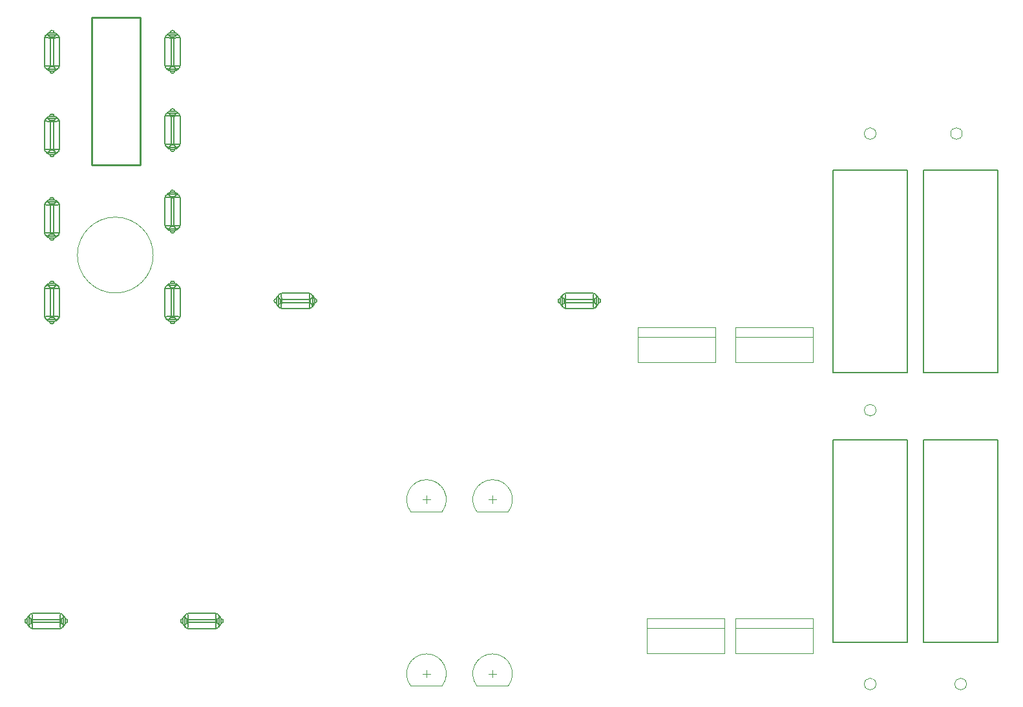
<source format=gko>
G04*
G04 #@! TF.GenerationSoftware,Altium Limited,Altium Designer,18.0.7 (293)*
G04*
G04 Layer_Color=16711935*
%FSLAX25Y25*%
%MOIN*%
G70*
G01*
G75*
%ADD10C,0.00787*%
%ADD12C,0.00500*%
%ADD13C,0.01000*%
%ADD20C,0.00197*%
%ADD21C,0.00394*%
%ADD22C,0.00300*%
D10*
X458268Y44291D02*
Y148622D01*
X496850D01*
Y44291D02*
Y148622D01*
X458268Y44291D02*
X496850D01*
X504937Y183189D02*
Y287520D01*
X543520D01*
Y183189D02*
Y287520D01*
X504937Y183189D02*
X543520D01*
X504937Y44291D02*
Y148622D01*
X543520D01*
Y44291D02*
Y148622D01*
X504937Y44291D02*
X543520D01*
X458268Y183189D02*
Y287520D01*
X496850D01*
Y183189D02*
Y287520D01*
X458268Y183189D02*
X496850D01*
D12*
X114872Y299325D02*
G03*
X116863Y298269I1976J1321D01*
G01*
X118571Y298268D02*
G03*
X120545Y299305I11J2376D01*
G01*
X116862Y317953D02*
G03*
X114888Y316915I-11J-2376D01*
G01*
X120562Y316896D02*
G03*
X118570Y317951I-1976J-1321D01*
G01*
X114034Y315462D02*
G03*
X113768Y315197I87J-354D01*
G01*
X116918Y315272D02*
G03*
X114034Y315462I-4288J-43031D01*
G01*
X116918Y300949D02*
G03*
X114034Y300759I41749J-654584D01*
G01*
X113768Y301024D02*
G03*
X114034Y300759I357J92D01*
G01*
X118516Y315272D02*
G03*
X121399Y315462I-41797J655314D01*
G01*
X121665Y315197D02*
G03*
X121399Y315462I-357J-92D01*
G01*
X121399Y300759D02*
G03*
X121665Y301024I-87J354D01*
G01*
X118516Y300949D02*
G03*
X121399Y300759I4288J43031D01*
G01*
X116918Y300420D02*
G03*
X115656Y299252I3661J-5218D01*
G01*
X113768Y301024D02*
G03*
X115540Y299252I1772J0D01*
G01*
X121665Y315197D02*
G03*
X119894Y316968I-1772J0D01*
G01*
X115540D02*
G03*
X113768Y315197I0J-1772D01*
G01*
X119894Y299252D02*
G03*
X121665Y301024I0J1772D01*
G01*
X116535Y298268D02*
G03*
X118898Y298268I1181J0D01*
G01*
Y317953D02*
G03*
X116535Y317953I-1181J0D01*
G01*
X120562Y357211D02*
G03*
X118570Y358266I-1976J-1321D01*
G01*
X116862Y358268D02*
G03*
X114888Y357230I-11J-2376D01*
G01*
X118571Y338583D02*
G03*
X120545Y339620I11J2376D01*
G01*
X114872Y339640D02*
G03*
X116863Y338584I1976J1321D01*
G01*
X121399Y341073D02*
G03*
X121665Y341339I-87J354D01*
G01*
X118516Y341264D02*
G03*
X121399Y341073I4288J43031D01*
G01*
X118516Y355587D02*
G03*
X121399Y355777I-41749J654584D01*
G01*
X121665Y355512D02*
G03*
X121399Y355777I-357J-92D01*
G01*
X116918Y341264D02*
G03*
X114034Y341073I41797J-655314D01*
G01*
X113768Y341339D02*
G03*
X114034Y341073I357J92D01*
G01*
X114034Y355777D02*
G03*
X113768Y355512I87J-354D01*
G01*
X116918Y355587D02*
G03*
X114034Y355777I-4288J-43031D01*
G01*
X118516Y356115D02*
G03*
X119777Y357283I-3661J5218D01*
G01*
X121665Y355512D02*
G03*
X119894Y357283I-1772J0D01*
G01*
X113768Y341339D02*
G03*
X115540Y339567I1772J0D01*
G01*
X119894D02*
G03*
X121665Y341339I0J1772D01*
G01*
X115540Y357283D02*
G03*
X113768Y355512I0J-1772D01*
G01*
X118898Y358268D02*
G03*
X116535Y358268I-1181J0D01*
G01*
Y338583D02*
G03*
X118898Y338583I1181J0D01*
G01*
X336345Y217234D02*
G03*
X337400Y219226I-1321J1976D01*
G01*
X337402Y220933D02*
G03*
X336364Y222907I-2376J11D01*
G01*
X317717Y219224D02*
G03*
X318754Y217250I2376J-11D01*
G01*
X318773Y222924D02*
G03*
X317718Y220932I1321J-1976D01*
G01*
X320207Y216396D02*
G03*
X320472Y216130I354J87D01*
G01*
X320398Y219280D02*
G03*
X320207Y216396I43031J-4288D01*
G01*
X334720Y219280D02*
G03*
X334911Y216396I654584J41749D01*
G01*
X334646Y216130D02*
G03*
X334911Y216396I-92J357D01*
G01*
X320398Y220878D02*
G03*
X320207Y223761I-655314J-41797D01*
G01*
X320472Y224027D02*
G03*
X320207Y223761I92J-357D01*
G01*
X334911Y223761D02*
G03*
X334646Y224027I-354J-87D01*
G01*
X334720Y220878D02*
G03*
X334911Y223761I-43031J4288D01*
G01*
X335249Y219280D02*
G03*
X336417Y218018I5218J3661D01*
G01*
X334646Y216130D02*
G03*
X336417Y217902I0J1772D01*
G01*
X320472Y224027D02*
G03*
X318701Y222256I0J-1772D01*
G01*
Y217902D02*
G03*
X320472Y216130I1772J0D01*
G01*
X336417Y222256D02*
G03*
X334646Y224027I-1772J0D01*
G01*
X337402Y218898D02*
G03*
X337402Y221260I0J1181D01*
G01*
X317717D02*
G03*
X317717Y218898I0J-1181D01*
G01*
X172317Y222924D02*
G03*
X171261Y220932I1321J-1976D01*
G01*
X171260Y219224D02*
G03*
X172298Y217250I2376J-11D01*
G01*
X190945Y220933D02*
G03*
X189907Y222907I-2376J11D01*
G01*
X189888Y217234D02*
G03*
X190944Y219226I-1321J1976D01*
G01*
X188454Y223761D02*
G03*
X188189Y224027I-354J-87D01*
G01*
X188264Y220878D02*
G03*
X188454Y223761I-43031J4288D01*
G01*
X173941Y220878D02*
G03*
X173751Y223761I-654584J-41749D01*
G01*
X174016Y224027D02*
G03*
X173751Y223761I92J-357D01*
G01*
X188264Y219280D02*
G03*
X188454Y216396I655314J41797D01*
G01*
X188189Y216130D02*
G03*
X188454Y216396I-92J357D01*
G01*
X173751Y216396D02*
G03*
X174016Y216130I354J87D01*
G01*
X173941Y219280D02*
G03*
X173751Y216396I43031J-4288D01*
G01*
X173412Y220878D02*
G03*
X172244Y222139I-5218J-3661D01*
G01*
X174016Y224027D02*
G03*
X172244Y222256I0J-1772D01*
G01*
X188189Y216130D02*
G03*
X189961Y217902I0J1772D01*
G01*
Y222256D02*
G03*
X188189Y224027I-1772J0D01*
G01*
X172244Y217902D02*
G03*
X174016Y216130I1772J0D01*
G01*
X171260Y221260D02*
G03*
X171260Y218898I0J-1181D01*
G01*
X190945D02*
G03*
X190945Y221260I0J1181D01*
G01*
X52667Y296595D02*
G03*
X54659Y295539I1976J1321D01*
G01*
X56366Y295538D02*
G03*
X58340Y296576I11J2376D01*
G01*
X54657Y315223D02*
G03*
X52684Y314186I-11J-2376D01*
G01*
X58357Y314166D02*
G03*
X56365Y315222I-1976J-1321D01*
G01*
X51829Y312732D02*
G03*
X51563Y312467I87J-354D01*
G01*
X54713Y312542D02*
G03*
X51829Y312732I-4288J-43031D01*
G01*
X54713Y298219D02*
G03*
X51829Y298029I41749J-654584D01*
G01*
X51563Y298294D02*
G03*
X51829Y298029I357J92D01*
G01*
X56311Y312542D02*
G03*
X59194Y312732I-41797J655314D01*
G01*
X59460Y312467D02*
G03*
X59194Y312732I-357J-92D01*
G01*
X59194Y298029D02*
G03*
X59460Y298294I-87J354D01*
G01*
X56311Y298219D02*
G03*
X59194Y298029I4288J43031D01*
G01*
X54713Y297691D02*
G03*
X53451Y296522I3661J-5218D01*
G01*
X51563Y298294D02*
G03*
X53335Y296522I1772J0D01*
G01*
X59460Y312467D02*
G03*
X57689Y314239I-1772J0D01*
G01*
X53335D02*
G03*
X51563Y312467I0J-1772D01*
G01*
X57689Y296522D02*
G03*
X59460Y298294I0J1772D01*
G01*
X54331Y295538D02*
G03*
X56693Y295538I1181J0D01*
G01*
Y315223D02*
G03*
X54331Y315223I-1181J0D01*
G01*
X52667Y339640D02*
G03*
X54659Y338584I1976J1321D01*
G01*
X56366Y338583D02*
G03*
X58340Y339620I11J2376D01*
G01*
X54657Y358268D02*
G03*
X52684Y357230I-11J-2376D01*
G01*
X58357Y357211D02*
G03*
X56365Y358266I-1976J-1321D01*
G01*
X51829Y355777D02*
G03*
X51563Y355512I87J-354D01*
G01*
X54713Y355587D02*
G03*
X51829Y355777I-4288J-43031D01*
G01*
X54713Y341264D02*
G03*
X51829Y341073I41749J-654584D01*
G01*
X51563Y341339D02*
G03*
X51829Y341073I357J92D01*
G01*
X56311Y355587D02*
G03*
X59194Y355777I-41797J655314D01*
G01*
X59460Y355512D02*
G03*
X59194Y355777I-357J-92D01*
G01*
X59194Y341073D02*
G03*
X59460Y341339I-87J354D01*
G01*
X56311Y341264D02*
G03*
X59194Y341073I4288J43031D01*
G01*
X54713Y340735D02*
G03*
X53451Y339567I3661J-5218D01*
G01*
X51563Y341339D02*
G03*
X53335Y339567I1772J0D01*
G01*
X59460Y355512D02*
G03*
X57689Y357283I-1772J0D01*
G01*
X53335D02*
G03*
X51563Y355512I0J-1772D01*
G01*
X57689Y339567D02*
G03*
X59460Y341339I0J1772D01*
G01*
X54331Y338583D02*
G03*
X56693Y338583I1181J0D01*
G01*
Y358268D02*
G03*
X54331Y358268I-1181J0D01*
G01*
X52667Y253550D02*
G03*
X54659Y252495I1976J1321D01*
G01*
X56366Y252493D02*
G03*
X58340Y253531I11J2376D01*
G01*
X54657Y272179D02*
G03*
X52684Y271141I-11J-2376D01*
G01*
X58357Y271122D02*
G03*
X56365Y272177I-1976J-1321D01*
G01*
X51829Y269688D02*
G03*
X51563Y269423I87J-354D01*
G01*
X54713Y269497D02*
G03*
X51829Y269688I-4288J-43031D01*
G01*
X54713Y255174D02*
G03*
X51829Y254984I41749J-654584D01*
G01*
X51563Y255249D02*
G03*
X51829Y254984I357J92D01*
G01*
X56311Y269497D02*
G03*
X59194Y269688I-41797J655314D01*
G01*
X59460Y269423D02*
G03*
X59194Y269688I-357J-92D01*
G01*
X59194Y254984D02*
G03*
X59460Y255249I-87J354D01*
G01*
X56311Y255174D02*
G03*
X59194Y254984I4288J43031D01*
G01*
X54713Y254646D02*
G03*
X53451Y253478I3661J-5218D01*
G01*
X51563Y255249D02*
G03*
X53335Y253478I1772J0D01*
G01*
X59460Y269423D02*
G03*
X57689Y271194I-1772J0D01*
G01*
X53335D02*
G03*
X51563Y269423I0J-1772D01*
G01*
X57689Y253478D02*
G03*
X59460Y255249I0J1772D01*
G01*
X54331Y252493D02*
G03*
X56693Y252493I1181J0D01*
G01*
Y272179D02*
G03*
X54331Y272179I-1181J0D01*
G01*
X52667Y210506D02*
G03*
X54659Y209450I1976J1321D01*
G01*
X56366Y209449D02*
G03*
X58340Y210486I11J2376D01*
G01*
X54657Y229134D02*
G03*
X52684Y228096I-11J-2376D01*
G01*
X58357Y228077D02*
G03*
X56365Y229133I-1976J-1321D01*
G01*
X51829Y226643D02*
G03*
X51563Y226378I87J-354D01*
G01*
X54713Y226453D02*
G03*
X51829Y226643I-4288J-43031D01*
G01*
X54713Y212130D02*
G03*
X51829Y211940I41749J-654584D01*
G01*
X51563Y212205D02*
G03*
X51829Y211940I357J92D01*
G01*
X56311Y226453D02*
G03*
X59194Y226643I-41797J655314D01*
G01*
X59460Y226378D02*
G03*
X59194Y226643I-357J-92D01*
G01*
X59194Y211940D02*
G03*
X59460Y212205I-87J354D01*
G01*
X56311Y212130D02*
G03*
X59194Y211940I4288J43031D01*
G01*
X54713Y211601D02*
G03*
X53451Y210433I3661J-5218D01*
G01*
X51563Y212205D02*
G03*
X53335Y210433I1772J0D01*
G01*
X59460Y226378D02*
G03*
X57689Y228150I-1772J0D01*
G01*
X53335D02*
G03*
X51563Y226378I0J-1772D01*
G01*
X57689Y210433D02*
G03*
X59460Y212205I0J1772D01*
G01*
X54331Y209449D02*
G03*
X56693Y209449I1181J0D01*
G01*
Y229134D02*
G03*
X54331Y229134I-1181J0D01*
G01*
X141659Y52273D02*
G03*
X142715Y54265I-1321J1976D01*
G01*
X142716Y55972D02*
G03*
X141679Y57946I-2376J11D01*
G01*
X123031Y54264D02*
G03*
X124069Y52290I2376J-11D01*
G01*
X124088Y57963D02*
G03*
X123033Y55971I1321J-1976D01*
G01*
X125522Y51436D02*
G03*
X125787Y51170I354J87D01*
G01*
X125712Y54319D02*
G03*
X125522Y51436I43031J-4288D01*
G01*
X140035Y54319D02*
G03*
X140226Y51436I654584J41749D01*
G01*
X139961Y51170D02*
G03*
X140226Y51436I-92J357D01*
G01*
X125712Y55917D02*
G03*
X125522Y58801I-655314J-41797D01*
G01*
X125787Y59067D02*
G03*
X125522Y58801I92J-357D01*
G01*
X140226Y58800D02*
G03*
X139961Y59067I-354J-87D01*
G01*
X140035Y55917D02*
G03*
X140226Y58800I-43031J4288D01*
G01*
X140564Y54319D02*
G03*
X141732Y53058I5218J3661D01*
G01*
X139961Y51170D02*
G03*
X141732Y52941I0J1772D01*
G01*
X125787Y59067D02*
G03*
X124016Y57295I0J-1772D01*
G01*
Y52941D02*
G03*
X125787Y51170I1772J0D01*
G01*
X141732Y57295D02*
G03*
X139961Y59067I-1772J0D01*
G01*
X142716Y53937D02*
G03*
X142716Y56299I0J1181D01*
G01*
X123031D02*
G03*
X123031Y53937I0J-1181D01*
G01*
X43773Y57963D02*
G03*
X42718Y55971I1321J-1976D01*
G01*
X42717Y54264D02*
G03*
X43754Y52290I2376J-11D01*
G01*
X62402Y55972D02*
G03*
X61364Y57946I-2376J11D01*
G01*
X61345Y52273D02*
G03*
X62400Y54265I-1321J1976D01*
G01*
X59911Y58800D02*
G03*
X59646Y59067I-354J-87D01*
G01*
X59721Y55917D02*
G03*
X59911Y58800I-43031J4288D01*
G01*
X45398Y55917D02*
G03*
X45207Y58800I-654584J-41749D01*
G01*
X45472Y59067D02*
G03*
X45207Y58800I92J-357D01*
G01*
X59721Y54319D02*
G03*
X59911Y51436I655314J41797D01*
G01*
X59646Y51170D02*
G03*
X59911Y51436I-92J357D01*
G01*
X45207Y51436D02*
G03*
X45472Y51170I354J87D01*
G01*
X45398Y54319D02*
G03*
X45207Y51436I43031J-4288D01*
G01*
X44869Y55917D02*
G03*
X43701Y57178I-5218J-3661D01*
G01*
X45472Y59067D02*
G03*
X43701Y57295I0J-1772D01*
G01*
X59646Y51170D02*
G03*
X61417Y52941I0J1772D01*
G01*
Y57295D02*
G03*
X59646Y59067I-1772J0D01*
G01*
X43701Y52941D02*
G03*
X45472Y51170I1772J0D01*
G01*
X42717Y56299D02*
G03*
X42717Y53937I0J-1181D01*
G01*
X62402D02*
G03*
X62402Y56299I0J1181D01*
G01*
X114872Y257356D02*
G03*
X116863Y256300I1976J1321D01*
G01*
X118571Y256299D02*
G03*
X120545Y257337I11J2376D01*
G01*
X116862Y275984D02*
G03*
X114888Y274947I-11J-2376D01*
G01*
X120562Y274927D02*
G03*
X118570Y275983I-1976J-1321D01*
G01*
X114034Y273493D02*
G03*
X113768Y273228I87J-354D01*
G01*
X116918Y273303D02*
G03*
X114034Y273493I-4288J-43031D01*
G01*
X116918Y258980D02*
G03*
X114034Y258790I41749J-654584D01*
G01*
X113768Y259055D02*
G03*
X114034Y258790I357J92D01*
G01*
X118516Y273303D02*
G03*
X121399Y273493I-41797J655314D01*
G01*
X121665Y273228D02*
G03*
X121399Y273493I-357J-92D01*
G01*
X121399Y258790D02*
G03*
X121665Y259055I-87J354D01*
G01*
X118516Y258980D02*
G03*
X121399Y258790I4288J43031D01*
G01*
X116918Y258452D02*
G03*
X115656Y257283I3661J-5218D01*
G01*
X113768Y259055D02*
G03*
X115540Y257283I1772J0D01*
G01*
X121665Y273228D02*
G03*
X119894Y275000I-1772J0D01*
G01*
X115540D02*
G03*
X113768Y273228I0J-1772D01*
G01*
X119894Y257283D02*
G03*
X121665Y259055I0J1772D01*
G01*
X116535Y256299D02*
G03*
X118898Y256299I1181J0D01*
G01*
Y275984D02*
G03*
X116535Y275984I-1181J0D01*
G01*
X114872Y210506D02*
G03*
X116863Y209450I1976J1321D01*
G01*
X118571Y209449D02*
G03*
X120545Y210486I11J2376D01*
G01*
X116862Y229134D02*
G03*
X114888Y228096I-11J-2376D01*
G01*
X120562Y228077D02*
G03*
X118570Y229133I-1976J-1321D01*
G01*
X114034Y226643D02*
G03*
X113768Y226378I87J-354D01*
G01*
X116918Y226453D02*
G03*
X114034Y226643I-4288J-43031D01*
G01*
X116918Y212130D02*
G03*
X114034Y211940I41749J-654584D01*
G01*
X113768Y212205D02*
G03*
X114034Y211940I357J92D01*
G01*
X118516Y226453D02*
G03*
X121399Y226643I-41797J655314D01*
G01*
X121665Y226378D02*
G03*
X121399Y226643I-357J-92D01*
G01*
X121399Y211940D02*
G03*
X121665Y212205I-87J354D01*
G01*
X118516Y212130D02*
G03*
X121399Y211940I4288J43031D01*
G01*
X116918Y211601D02*
G03*
X115656Y210433I3661J-5218D01*
G01*
X113768Y212205D02*
G03*
X115540Y210433I1772J0D01*
G01*
X121665Y226378D02*
G03*
X119894Y228150I-1772J0D01*
G01*
X115540D02*
G03*
X113768Y226378I0J-1772D01*
G01*
X119894Y210433D02*
G03*
X121665Y212205I0J1772D01*
G01*
X116535Y209449D02*
G03*
X118898Y209449I1181J0D01*
G01*
Y229134D02*
G03*
X116535Y229134I-1181J0D01*
G01*
X120561Y299324D02*
X120579Y299350D01*
X120638Y299431D01*
X114799Y299425D02*
X114867Y299331D01*
X114872Y299325D01*
X114854Y316870D02*
X114871Y316898D01*
X114795Y316790D02*
X114854Y316870D01*
X120566Y316889D02*
X120634Y316796D01*
X120561Y316896D02*
X120566Y316889D01*
X118516Y315800D02*
X118593Y315812D01*
X118685Y315854D01*
X118785Y315928D01*
X118869Y316010D01*
X119090Y316273D01*
X119278Y316514D01*
X119447Y316719D01*
X119594Y316869D01*
X119694Y316943D01*
X119777Y316969D01*
X115656D02*
X115761Y316929D01*
X115900Y316811D01*
X116084Y316602D01*
X116312Y316312D01*
X116430Y316164D01*
X116565Y316009D01*
X116660Y315918D01*
X116780Y315836D01*
X116857Y315807D01*
X116918Y315800D01*
X119729Y299262D02*
X119777Y299252D01*
X119672Y299291D02*
X119729Y299262D01*
X119606Y299341D02*
X119672Y299291D01*
X119533Y299410D02*
X119606Y299341D01*
X119445Y299504D02*
X119533Y299410D01*
X119349Y299618D02*
X119445Y299504D01*
X119241Y299754D02*
X119349Y299618D01*
X119121Y299908D02*
X119241Y299754D01*
X119003Y300056D02*
X119121Y299908D01*
X118868Y300211D02*
X119003Y300056D01*
X118822Y300258D02*
X118868Y300211D01*
X118773Y300303D02*
X118822Y300258D01*
X118717Y300346D02*
X118773Y300303D01*
X118653Y300385D02*
X118717Y300346D01*
X118617Y300401D02*
X118653Y300385D01*
X118576Y300413D02*
X118617Y300401D01*
X118547Y300418D02*
X118576Y300413D01*
X118516Y300420D02*
X118547Y300418D01*
X116863Y298269D02*
X118571Y298268D01*
X116862Y317953D02*
X118570Y317952D01*
X116918Y300420D02*
Y315800D01*
X113768Y301024D02*
Y315197D01*
X121665Y301024D02*
Y315197D01*
X118516Y300420D02*
Y315800D01*
X116918Y315272D02*
X118516D01*
X116918Y300949D02*
X118516D01*
X116918Y300420D02*
X118516D01*
X116918Y315800D02*
X118516D01*
X115540Y316969D02*
X119893D01*
X115540Y299252D02*
X119893D01*
X114854Y357185D02*
X114872Y357212D01*
X114795Y357105D02*
X114854Y357185D01*
X120566Y357204D02*
X120634Y357111D01*
X120561Y357211D02*
X120566Y357204D01*
X120562Y339638D02*
X120579Y339665D01*
X120638Y339745D01*
X114799Y339740D02*
X114867Y339646D01*
X114872Y339640D01*
X116840Y340724D02*
X116918Y340735D01*
X116748Y340682D02*
X116840Y340724D01*
X116648Y340608D02*
X116748Y340682D01*
X116564Y340525D02*
X116648Y340608D01*
X116343Y340263D02*
X116564Y340525D01*
X116155Y340022D02*
X116343Y340263D01*
X115986Y339817D02*
X116155Y340022D01*
X115839Y339666D02*
X115986Y339817D01*
X115739Y339593D02*
X115839Y339666D01*
X115656Y339567D02*
X115739Y339593D01*
X119672Y339606D02*
X119777Y339567D01*
X119533Y339725D02*
X119672Y339606D01*
X119349Y339933D02*
X119533Y339725D01*
X119121Y340223D02*
X119349Y339933D01*
X119003Y340372D02*
X119121Y340223D01*
X118868Y340526D02*
X119003Y340372D01*
X118773Y340618D02*
X118868Y340526D01*
X118653Y340700D02*
X118773Y340618D01*
X118576Y340728D02*
X118653Y340700D01*
X118516Y340735D02*
X118576Y340728D01*
X115656Y357283D02*
X115705Y357274D01*
X115761Y357244D01*
X115827Y357195D01*
X115900Y357126D01*
X115988Y357032D01*
X116084Y356917D01*
X116192Y356781D01*
X116312Y356627D01*
X116430Y356479D01*
X116565Y356324D01*
X116611Y356278D01*
X116660Y356233D01*
X116716Y356189D01*
X116780Y356151D01*
X116816Y356135D01*
X116857Y356122D01*
X116886Y356117D01*
X116918Y356115D01*
X116862Y358268D02*
X118570Y358266D01*
X116863Y338584D02*
X118571Y338583D01*
X118516Y340735D02*
Y356115D01*
X121665Y341339D02*
Y355512D01*
X113768Y341339D02*
Y355512D01*
X116918Y340735D02*
Y356115D01*
Y341264D02*
X118516D01*
X116918Y355587D02*
X118516D01*
X116918Y356115D02*
X118516D01*
X116918Y340735D02*
X118516D01*
X115540Y339567D02*
X119893D01*
X115540Y357283D02*
X119893D01*
X336319Y222941D02*
X336346Y222923D01*
X336239Y223001D02*
X336319Y222941D01*
X336244Y217161D02*
X336338Y217229D01*
X336345Y217234D01*
X318771Y217233D02*
X318799Y217216D01*
X318879Y217157D01*
X318780Y222928D02*
X318874Y222996D01*
X318773Y222924D02*
X318780Y222928D01*
X319858Y220955D02*
X319869Y220878D01*
X319816Y221047D02*
X319858Y220955D01*
X319741Y221147D02*
X319816Y221047D01*
X319659Y221231D02*
X319741Y221147D01*
X319396Y221452D02*
X319659Y221231D01*
X319156Y221640D02*
X319396Y221452D01*
X318951Y221809D02*
X319156Y221640D01*
X318800Y221956D02*
X318951Y221809D01*
X318726Y222057D02*
X318800Y221956D01*
X318701Y222139D02*
X318726Y222057D01*
X318701Y218018D02*
X318740Y218123D01*
X318858Y218263D01*
X319067Y218447D01*
X319357Y218674D01*
X319506Y218792D01*
X319660Y218927D01*
X319751Y219023D01*
X319833Y219142D01*
X319862Y219219D01*
X319869Y219280D01*
X336408Y222091D02*
X336417Y222139D01*
X336378Y222034D02*
X336408Y222091D01*
X336329Y221968D02*
X336378Y222034D01*
X336260Y221895D02*
X336329Y221968D01*
X336166Y221807D02*
X336260Y221895D01*
X336051Y221711D02*
X336166Y221807D01*
X335915Y221603D02*
X336051Y221711D01*
X335761Y221483D02*
X335915Y221603D01*
X335613Y221366D02*
X335761Y221483D01*
X335458Y221230D02*
X335613Y221366D01*
X335412Y221184D02*
X335458Y221230D01*
X335367Y221135D02*
X335412Y221184D01*
X335323Y221079D02*
X335367Y221135D01*
X335285Y221016D02*
X335323Y221079D01*
X335268Y220979D02*
X335285Y221016D01*
X335256Y220939D02*
X335268Y220979D01*
X335251Y220909D02*
X335256Y220939D01*
X335249Y220878D02*
X335251Y220909D01*
X337400Y219226D02*
X337402Y220933D01*
X317717Y219224D02*
X317718Y220932D01*
X319869Y219280D02*
X335249D01*
X320472Y216130D02*
X334646D01*
X320472Y224027D02*
X334646D01*
X319869Y220878D02*
X335249D01*
X320398Y219280D02*
Y220878D01*
X334720Y219280D02*
Y220878D01*
X335249Y219280D02*
Y220878D01*
X319869Y219280D02*
Y220878D01*
X318701Y217902D02*
Y222256D01*
X336417Y217902D02*
Y222256D01*
X172316Y217234D02*
X172342Y217216D01*
X172423Y217157D01*
X172323Y222928D02*
X172417Y222996D01*
X172317Y222924D02*
X172323Y222928D01*
X189862Y222941D02*
X189890Y222924D01*
X189782Y223001D02*
X189862Y222941D01*
X189788Y217161D02*
X189881Y217229D01*
X189888Y217234D01*
X188792Y219280D02*
X188804Y219202D01*
X188846Y219110D01*
X188920Y219011D01*
X189002Y218926D01*
X189265Y218705D01*
X189506Y218517D01*
X189711Y218348D01*
X189861Y218201D01*
X189935Y218101D01*
X189961Y218018D01*
X189922Y222034D02*
X189961Y222139D01*
X189803Y221895D02*
X189922Y222034D01*
X189594Y221711D02*
X189803Y221895D01*
X189305Y221483D02*
X189594Y221711D01*
X189156Y221365D02*
X189305Y221483D01*
X189001Y221230D02*
X189156Y221365D01*
X188910Y221135D02*
X189001Y221230D01*
X188828Y221016D02*
X188910Y221135D01*
X188799Y220939D02*
X188828Y221016D01*
X188792Y220878D02*
X188799Y220939D01*
X172244Y218018D02*
X172254Y218067D01*
X172283Y218123D01*
X172333Y218189D01*
X172402Y218263D01*
X172496Y218350D01*
X172610Y218447D01*
X172746Y218555D01*
X172900Y218674D01*
X173048Y218792D01*
X173203Y218927D01*
X173250Y218973D01*
X173295Y219023D01*
X173338Y219078D01*
X173377Y219142D01*
X173393Y219179D01*
X173405Y219219D01*
X173411Y219249D01*
X173412Y219280D01*
X171260Y219224D02*
X171261Y220932D01*
X190944Y219226D02*
X190945Y220933D01*
X173412Y220878D02*
X188792D01*
X174016Y224027D02*
X188189D01*
X174016Y216130D02*
X188189D01*
X173412Y219280D02*
X188792D01*
X188264D02*
Y220878D01*
X173941Y219280D02*
Y220878D01*
X173412Y219280D02*
Y220878D01*
X188792Y219280D02*
Y220878D01*
X189961Y217902D02*
Y222256D01*
X172244Y217902D02*
Y222256D01*
X58356Y296594D02*
X58375Y296621D01*
X58434Y296701D01*
X52595Y296695D02*
X52662Y296601D01*
X52667Y296595D01*
X52649Y314141D02*
X52666Y314168D01*
X52590Y314060D02*
X52649Y314141D01*
X58361Y314160D02*
X58429Y314066D01*
X58357Y314166D02*
X58361Y314160D01*
X56311Y313071D02*
X56388Y313082D01*
X56480Y313124D01*
X56580Y313198D01*
X56664Y313281D01*
X56886Y313543D01*
X57073Y313784D01*
X57242Y313989D01*
X57389Y314139D01*
X57490Y314213D01*
X57572Y314239D01*
X53451D02*
X53556Y314200D01*
X53696Y314081D01*
X53880Y313872D01*
X54107Y313583D01*
X54225Y313434D01*
X54360Y313279D01*
X54456Y313188D01*
X54575Y313106D01*
X54652Y313078D01*
X54713Y313071D01*
X57524Y296532D02*
X57572Y296522D01*
X57467Y296561D02*
X57524Y296532D01*
X57402Y296611D02*
X57467Y296561D01*
X57328Y296680D02*
X57402Y296611D01*
X57241Y296774D02*
X57328Y296680D01*
X57144Y296889D02*
X57241Y296774D01*
X57036Y297025D02*
X57144Y296889D01*
X56916Y297178D02*
X57036Y297025D01*
X56799Y297326D02*
X56916Y297178D01*
X56663Y297482D02*
X56799Y297326D01*
X56617Y297528D02*
X56663Y297482D01*
X56568Y297573D02*
X56617Y297528D01*
X56512Y297616D02*
X56568Y297573D01*
X56449Y297655D02*
X56512Y297616D01*
X56412Y297671D02*
X56449Y297655D01*
X56372Y297684D02*
X56412Y297671D01*
X56342Y297689D02*
X56372Y297684D01*
X56311Y297691D02*
X56342Y297689D01*
X54659Y295539D02*
X56366Y295538D01*
X54657Y315223D02*
X56365Y315222D01*
X54713Y297691D02*
Y313071D01*
X51563Y298294D02*
Y312467D01*
X59460Y298294D02*
Y312467D01*
X56311Y297691D02*
Y313071D01*
X54713Y312542D02*
X56311D01*
X54713Y298219D02*
X56311D01*
X54713Y297691D02*
X56311D01*
X54713Y313071D02*
X56311D01*
X53335Y314239D02*
X57689D01*
X53335Y296522D02*
X57689D01*
X58356Y339638D02*
X58375Y339665D01*
X58434Y339745D01*
X52595Y339740D02*
X52662Y339646D01*
X52667Y339640D01*
X52649Y357185D02*
X52666Y357213D01*
X52590Y357105D02*
X52649Y357185D01*
X58361Y357204D02*
X58429Y357110D01*
X58357Y357211D02*
X58361Y357204D01*
X56311Y356115D02*
X56388Y356127D01*
X56480Y356168D01*
X56580Y356243D01*
X56664Y356325D01*
X56886Y356588D01*
X57073Y356829D01*
X57242Y357034D01*
X57389Y357184D01*
X57490Y357258D01*
X57572Y357283D01*
X53451D02*
X53556Y357244D01*
X53696Y357126D01*
X53880Y356917D01*
X54107Y356627D01*
X54225Y356478D01*
X54360Y356324D01*
X54456Y356233D01*
X54575Y356151D01*
X54652Y356122D01*
X54713Y356115D01*
X57524Y339577D02*
X57572Y339567D01*
X57467Y339606D02*
X57524Y339577D01*
X57402Y339656D02*
X57467Y339606D01*
X57328Y339725D02*
X57402Y339656D01*
X57241Y339819D02*
X57328Y339725D01*
X57144Y339933D02*
X57241Y339819D01*
X57036Y340069D02*
X57144Y339933D01*
X56916Y340223D02*
X57036Y340069D01*
X56799Y340371D02*
X56916Y340223D01*
X56663Y340526D02*
X56799Y340371D01*
X56617Y340572D02*
X56663Y340526D01*
X56568Y340618D02*
X56617Y340572D01*
X56512Y340661D02*
X56568Y340618D01*
X56449Y340700D02*
X56512Y340661D01*
X56412Y340716D02*
X56449Y340700D01*
X56372Y340728D02*
X56412Y340716D01*
X56342Y340733D02*
X56372Y340728D01*
X56311Y340735D02*
X56342Y340733D01*
X54659Y338584D02*
X56366Y338583D01*
X54657Y358268D02*
X56365Y358266D01*
X54713Y340735D02*
Y356115D01*
X51563Y341339D02*
Y355512D01*
X59460Y341339D02*
Y355512D01*
X56311Y340735D02*
Y356115D01*
X54713Y355587D02*
X56311D01*
X54713Y341264D02*
X56311D01*
X54713Y340735D02*
X56311D01*
X54713Y356115D02*
X56311D01*
X53335Y357283D02*
X57689D01*
X53335Y339567D02*
X57689D01*
X58356Y253549D02*
X58375Y253576D01*
X58434Y253656D01*
X52595Y253651D02*
X52662Y253557D01*
X52667Y253550D01*
X52649Y271096D02*
X52666Y271124D01*
X52590Y271016D02*
X52649Y271096D01*
X58361Y271115D02*
X58429Y271021D01*
X58357Y271122D02*
X58361Y271115D01*
X56311Y270026D02*
X56388Y270037D01*
X56480Y270079D01*
X56580Y270154D01*
X56664Y270236D01*
X56886Y270499D01*
X57073Y270739D01*
X57242Y270944D01*
X57389Y271095D01*
X57490Y271169D01*
X57572Y271194D01*
X53451D02*
X53556Y271155D01*
X53696Y271037D01*
X53880Y270828D01*
X54107Y270538D01*
X54225Y270389D01*
X54360Y270235D01*
X54456Y270144D01*
X54575Y270062D01*
X54652Y270033D01*
X54713Y270026D01*
X57524Y253487D02*
X57572Y253478D01*
X57467Y253517D02*
X57524Y253487D01*
X57402Y253566D02*
X57467Y253517D01*
X57328Y253635D02*
X57402Y253566D01*
X57241Y253729D02*
X57328Y253635D01*
X57144Y253844D02*
X57241Y253729D01*
X57036Y253980D02*
X57144Y253844D01*
X56916Y254134D02*
X57036Y253980D01*
X56799Y254282D02*
X56916Y254134D01*
X56663Y254437D02*
X56799Y254282D01*
X56617Y254483D02*
X56663Y254437D01*
X56568Y254528D02*
X56617Y254483D01*
X56512Y254572D02*
X56568Y254528D01*
X56449Y254610D02*
X56512Y254572D01*
X56412Y254627D02*
X56449Y254610D01*
X56372Y254639D02*
X56412Y254627D01*
X56342Y254644D02*
X56372Y254639D01*
X56311Y254646D02*
X56342Y254644D01*
X54659Y252495D02*
X56366Y252493D01*
X54657Y272178D02*
X56365Y272177D01*
X54713Y254646D02*
Y270026D01*
X51563Y255249D02*
Y269423D01*
X59460Y255249D02*
Y269423D01*
X56311Y254646D02*
Y270026D01*
X54713Y269497D02*
X56311D01*
X54713Y255175D02*
X56311D01*
X54713Y254646D02*
X56311D01*
X54713Y270026D02*
X56311D01*
X53335Y271194D02*
X57689D01*
X53335Y253478D02*
X57689D01*
X58356Y210505D02*
X58375Y210531D01*
X58434Y210612D01*
X52595Y210606D02*
X52662Y210512D01*
X52667Y210506D01*
X52649Y228051D02*
X52666Y228079D01*
X52590Y227971D02*
X52649Y228051D01*
X58361Y228070D02*
X58429Y227977D01*
X58357Y228077D02*
X58361Y228070D01*
X56311Y226981D02*
X56388Y226993D01*
X56480Y227035D01*
X56580Y227109D01*
X56664Y227191D01*
X56886Y227454D01*
X57073Y227695D01*
X57242Y227900D01*
X57389Y228050D01*
X57490Y228124D01*
X57572Y228150D01*
X53451D02*
X53556Y228110D01*
X53696Y227992D01*
X53880Y227783D01*
X54107Y227493D01*
X54225Y227345D01*
X54360Y227190D01*
X54456Y227099D01*
X54575Y227017D01*
X54652Y226988D01*
X54713Y226981D01*
X57524Y210443D02*
X57572Y210433D01*
X57467Y210472D02*
X57524Y210443D01*
X57402Y210522D02*
X57467Y210472D01*
X57328Y210591D02*
X57402Y210522D01*
X57241Y210685D02*
X57328Y210591D01*
X57144Y210799D02*
X57241Y210685D01*
X57036Y210935D02*
X57144Y210799D01*
X56916Y211089D02*
X57036Y210935D01*
X56799Y211237D02*
X56916Y211089D01*
X56663Y211392D02*
X56799Y211237D01*
X56617Y211439D02*
X56663Y211392D01*
X56568Y211484D02*
X56617Y211439D01*
X56512Y211527D02*
X56568Y211484D01*
X56449Y211566D02*
X56512Y211527D01*
X56412Y211582D02*
X56449Y211566D01*
X56372Y211594D02*
X56412Y211582D01*
X56342Y211599D02*
X56372Y211594D01*
X56311Y211601D02*
X56342Y211599D01*
X54659Y209450D02*
X56366Y209449D01*
X54657Y229134D02*
X56365Y229133D01*
X54713Y211601D02*
Y226981D01*
X51563Y212205D02*
Y226378D01*
X59460Y212205D02*
Y226378D01*
X56311Y211601D02*
Y226981D01*
X54713Y226453D02*
X56311D01*
X54713Y212130D02*
X56311D01*
X54713Y211601D02*
X56311D01*
X54713Y226981D02*
X56311D01*
X53335Y228150D02*
X57689D01*
X53335Y210433D02*
X57689D01*
X141634Y57981D02*
X141661Y57963D01*
X141554Y58040D02*
X141634Y57981D01*
X141559Y52201D02*
X141653Y52269D01*
X141660Y52273D01*
X124086Y52272D02*
X124114Y52255D01*
X124194Y52196D01*
X124095Y57967D02*
X124189Y58035D01*
X124088Y57963D02*
X124095Y57967D01*
X125172Y55995D02*
X125184Y55917D01*
X125131Y56087D02*
X125172Y55995D01*
X125056Y56186D02*
X125131Y56087D01*
X124974Y56271D02*
X125056Y56186D01*
X124711Y56492D02*
X124974Y56271D01*
X124471Y56679D02*
X124711Y56492D01*
X124266Y56848D02*
X124471Y56679D01*
X124115Y56995D02*
X124266Y56848D01*
X124041Y57096D02*
X124115Y56995D01*
X124016Y57179D02*
X124041Y57096D01*
X124016Y53058D02*
X124055Y53163D01*
X124173Y53302D01*
X124382Y53486D01*
X124672Y53714D01*
X124821Y53831D01*
X124975Y53967D01*
X125066Y54062D01*
X125148Y54181D01*
X125177Y54258D01*
X125184Y54319D01*
X141722Y57130D02*
X141732Y57179D01*
X141693Y57073D02*
X141722Y57130D01*
X141644Y57008D02*
X141693Y57073D01*
X141575Y56934D02*
X141644Y57008D01*
X141480Y56847D02*
X141575Y56934D01*
X141366Y56750D02*
X141480Y56847D01*
X141230Y56642D02*
X141366Y56750D01*
X141076Y56523D02*
X141230Y56642D01*
X140928Y56405D02*
X141076Y56523D01*
X140773Y56269D02*
X140928Y56405D01*
X140727Y56224D02*
X140773Y56269D01*
X140682Y56174D02*
X140727Y56224D01*
X140638Y56119D02*
X140682Y56174D01*
X140599Y56055D02*
X140638Y56119D01*
X140583Y56018D02*
X140599Y56055D01*
X140571Y55978D02*
X140583Y56018D01*
X140566Y55948D02*
X140571Y55978D01*
X140564Y55917D02*
X140566Y55948D01*
X142715Y54265D02*
X142716Y55972D01*
X123031Y54264D02*
X123033Y55971D01*
X125184Y54319D02*
X140564D01*
X125787Y51170D02*
X139960D01*
X125787Y59067D02*
X139960D01*
X125184Y55917D02*
X140564D01*
X125712Y54319D02*
Y55917D01*
X140035Y54319D02*
Y55917D01*
X140564Y54319D02*
Y55917D01*
X125184Y54319D02*
Y55917D01*
X124016Y52941D02*
Y57295D01*
X141732Y52941D02*
Y57295D01*
X43772Y52274D02*
X43799Y52255D01*
X43879Y52196D01*
X43780Y57967D02*
X43874Y58035D01*
X43773Y57963D02*
X43780Y57967D01*
X61319Y57981D02*
X61347Y57964D01*
X61239Y58040D02*
X61319Y57981D01*
X61244Y52201D02*
X61338Y52269D01*
X61345Y52273D01*
X60249Y54319D02*
X60261Y54241D01*
X60302Y54150D01*
X60377Y54050D01*
X60459Y53966D01*
X60722Y53744D01*
X60962Y53557D01*
X61167Y53388D01*
X61318Y53241D01*
X61392Y53140D01*
X61417Y53058D01*
X61378Y57073D02*
X61417Y57179D01*
X61260Y56934D02*
X61378Y57073D01*
X61051Y56750D02*
X61260Y56934D01*
X60761Y56523D02*
X61051Y56750D01*
X60612Y56405D02*
X60761Y56523D01*
X60458Y56269D02*
X60612Y56405D01*
X60367Y56174D02*
X60458Y56269D01*
X60285Y56055D02*
X60367Y56174D01*
X60256Y55978D02*
X60285Y56055D01*
X60249Y55917D02*
X60256Y55978D01*
X43701Y53058D02*
X43711Y53106D01*
X43740Y53163D01*
X43789Y53228D01*
X43858Y53302D01*
X43953Y53389D01*
X44067Y53486D01*
X44203Y53594D01*
X44357Y53714D01*
X44505Y53831D01*
X44660Y53967D01*
X44706Y54012D01*
X44751Y54062D01*
X44795Y54118D01*
X44834Y54181D01*
X44850Y54218D01*
X44862Y54258D01*
X44867Y54288D01*
X44869Y54319D01*
X42717Y54264D02*
X42718Y55971D01*
X62400Y54265D02*
X62402Y55972D01*
X44869Y55917D02*
X60249D01*
X45473Y59067D02*
X59646D01*
X45473Y51170D02*
X59646D01*
X44869Y54319D02*
X60249D01*
X59721D02*
Y55917D01*
X45398Y54319D02*
Y55917D01*
X44869Y54319D02*
Y55917D01*
X60249Y54319D02*
Y55917D01*
X61417Y52941D02*
Y57295D01*
X43701Y52941D02*
Y57295D01*
X120561Y257355D02*
X120579Y257382D01*
X120638Y257462D01*
X114799Y257456D02*
X114867Y257363D01*
X114872Y257356D01*
X114854Y274902D02*
X114871Y274929D01*
X114795Y274821D02*
X114854Y274902D01*
X120566Y274921D02*
X120634Y274827D01*
X120561Y274927D02*
X120566Y274921D01*
X118516Y273832D02*
X118593Y273843D01*
X118685Y273885D01*
X118785Y273959D01*
X118869Y274042D01*
X119090Y274304D01*
X119278Y274545D01*
X119447Y274750D01*
X119594Y274901D01*
X119694Y274974D01*
X119777Y275000D01*
X115656D02*
X115761Y274961D01*
X115900Y274842D01*
X116084Y274634D01*
X116312Y274344D01*
X116430Y274195D01*
X116565Y274041D01*
X116660Y273949D01*
X116780Y273867D01*
X116857Y273839D01*
X116918Y273832D01*
X119729Y257293D02*
X119777Y257283D01*
X119672Y257323D02*
X119729Y257293D01*
X119606Y257372D02*
X119672Y257323D01*
X119533Y257441D02*
X119606Y257372D01*
X119445Y257535D02*
X119533Y257441D01*
X119349Y257650D02*
X119445Y257535D01*
X119241Y257786D02*
X119349Y257650D01*
X119121Y257940D02*
X119241Y257786D01*
X119003Y258088D02*
X119121Y257940D01*
X118868Y258243D02*
X119003Y258088D01*
X118822Y258289D02*
X118868Y258243D01*
X118773Y258334D02*
X118822Y258289D01*
X118717Y258377D02*
X118773Y258334D01*
X118653Y258416D02*
X118717Y258377D01*
X118617Y258432D02*
X118653Y258416D01*
X118576Y258445D02*
X118617Y258432D01*
X118547Y258450D02*
X118576Y258445D01*
X118516Y258452D02*
X118547Y258450D01*
X116863Y256300D02*
X118571Y256299D01*
X116862Y275984D02*
X118570Y275983D01*
X116918Y258452D02*
Y273832D01*
X113768Y259055D02*
Y273228D01*
X121665Y259055D02*
Y273228D01*
X118516Y258452D02*
Y273832D01*
X116918Y273303D02*
X118516D01*
X116918Y258980D02*
X118516D01*
X116918Y258452D02*
X118516D01*
X116918Y273832D02*
X118516D01*
X115540Y275000D02*
X119893D01*
X115540Y257283D02*
X119893D01*
X120561Y210505D02*
X120579Y210531D01*
X120638Y210612D01*
X114799Y210606D02*
X114867Y210512D01*
X114872Y210506D01*
X114854Y228051D02*
X114871Y228079D01*
X114795Y227971D02*
X114854Y228051D01*
X120566Y228070D02*
X120634Y227977D01*
X120561Y228077D02*
X120566Y228070D01*
X118516Y226981D02*
X118593Y226993D01*
X118685Y227035D01*
X118785Y227109D01*
X118869Y227191D01*
X119090Y227454D01*
X119278Y227695D01*
X119447Y227900D01*
X119594Y228050D01*
X119694Y228124D01*
X119777Y228150D01*
X115656D02*
X115761Y228110D01*
X115900Y227992D01*
X116084Y227783D01*
X116312Y227493D01*
X116430Y227345D01*
X116565Y227190D01*
X116660Y227099D01*
X116780Y227017D01*
X116857Y226988D01*
X116918Y226981D01*
X119729Y210443D02*
X119777Y210433D01*
X119672Y210472D02*
X119729Y210443D01*
X119606Y210522D02*
X119672Y210472D01*
X119533Y210591D02*
X119606Y210522D01*
X119445Y210685D02*
X119533Y210591D01*
X119349Y210799D02*
X119445Y210685D01*
X119241Y210935D02*
X119349Y210799D01*
X119121Y211089D02*
X119241Y210935D01*
X119003Y211237D02*
X119121Y211089D01*
X118868Y211392D02*
X119003Y211237D01*
X118822Y211439D02*
X118868Y211392D01*
X118773Y211484D02*
X118822Y211439D01*
X118717Y211527D02*
X118773Y211484D01*
X118653Y211566D02*
X118717Y211527D01*
X118617Y211582D02*
X118653Y211566D01*
X118576Y211594D02*
X118617Y211582D01*
X118547Y211599D02*
X118576Y211594D01*
X118516Y211601D02*
X118547Y211599D01*
X116863Y209450D02*
X118571Y209449D01*
X116862Y229134D02*
X118570Y229133D01*
X116918Y211601D02*
Y226981D01*
X113768Y212205D02*
Y226378D01*
X121665Y212205D02*
Y226378D01*
X118516Y211601D02*
Y226981D01*
X116918Y226453D02*
X118516D01*
X116918Y212130D02*
X118516D01*
X116918Y211601D02*
X118516D01*
X116918Y226981D02*
X118516D01*
X115540Y228150D02*
X119893D01*
X115540Y210433D02*
X119893D01*
D13*
X75920Y366070D02*
X101120D01*
Y290168D02*
Y366070D01*
X75920Y290168D02*
X101120D01*
X75920D02*
Y365670D01*
D20*
X107744Y243701D02*
G03*
X107744Y243701I-19555J0D01*
G01*
D21*
X290862Y21651D02*
G03*
X274729Y21651I-8066J6302D01*
G01*
X256741D02*
G03*
X240608Y21651I-8066J6302D01*
G01*
X256741Y111415D02*
G03*
X240608Y111415I-8066J6302D01*
G01*
X290862D02*
G03*
X274729Y111415I-8066J6302D01*
G01*
X274729Y21654D02*
X290862D01*
X240608D02*
X256741D01*
X240608Y111417D02*
X256741D01*
X274729D02*
X290862D01*
X402282Y38526D02*
Y51526D01*
X362282Y38526D02*
X402282D01*
X362282D02*
Y51526D01*
Y56526D02*
X402282D01*
X362282Y51526D02*
Y56526D01*
Y51526D02*
X402282D01*
Y56526D01*
X447951Y188526D02*
Y201526D01*
X407951Y188526D02*
X447951D01*
X407951D02*
Y201526D01*
Y206526D02*
X447951D01*
X407951Y201526D02*
Y206526D01*
Y201526D02*
X447951D01*
Y206526D01*
Y38526D02*
Y51526D01*
X407951Y38526D02*
X447951D01*
X407951D02*
Y51526D01*
Y56526D02*
X447951D01*
X407951Y51526D02*
Y56526D01*
Y51526D02*
X447951D01*
Y56526D01*
X397794Y188526D02*
Y201526D01*
X357794Y188526D02*
X397794D01*
X357794D02*
Y201526D01*
Y206526D02*
X397794D01*
X357794Y201526D02*
Y206526D01*
Y201526D02*
X397794D01*
Y206526D01*
X280827Y27953D02*
X284764D01*
X282795Y25984D02*
Y29921D01*
X246706Y27953D02*
X250643D01*
X248675Y25984D02*
Y29921D01*
X246706Y117717D02*
X250643D01*
X248675Y115748D02*
Y119685D01*
X280827Y117717D02*
X284764D01*
X282795Y115748D02*
Y119685D01*
D22*
X480553Y22638D02*
G03*
X480553Y22638I-2994J0D01*
G01*
X525041Y306299D02*
G03*
X525041Y306299I-2994J0D01*
G01*
X480553Y163779D02*
G03*
X480553Y163779I-2994J0D01*
G01*
X480553Y306299D02*
G03*
X480553Y306299I-2994J0D01*
G01*
X527222Y22638D02*
G03*
X527222Y22638I-2994J0D01*
G01*
M02*

</source>
